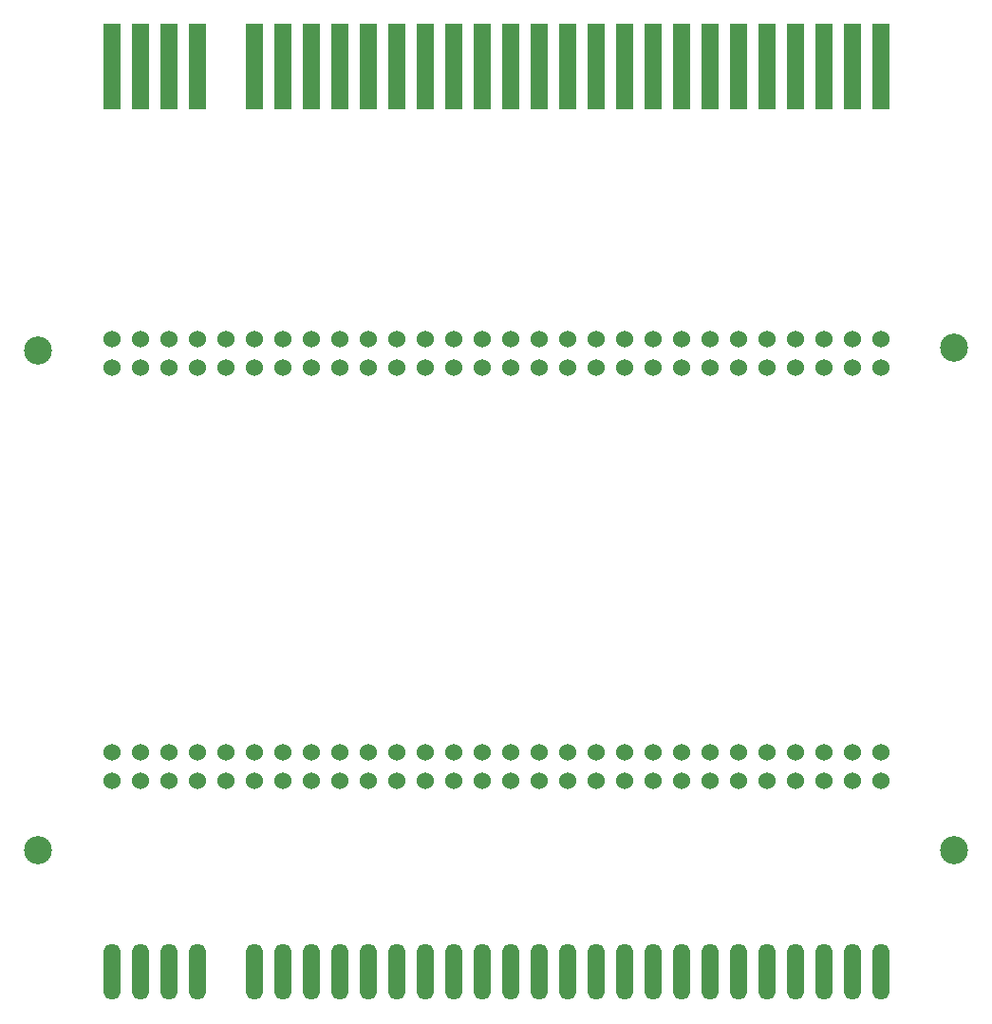
<source format=gbr>
%TF.GenerationSoftware,KiCad,Pcbnew,8.0.0*%
%TF.CreationDate,2024-02-29T19:57:34+01:00*%
%TF.ProjectId,ZX Spectrum_ BUS Expander,5a582053-7065-4637-9472-756d2c204255,rev?*%
%TF.SameCoordinates,Original*%
%TF.FileFunction,Soldermask,Bot*%
%TF.FilePolarity,Negative*%
%FSLAX46Y46*%
G04 Gerber Fmt 4.6, Leading zero omitted, Abs format (unit mm)*
G04 Created by KiCad (PCBNEW 8.0.0) date 2024-02-29 19:57:34*
%MOMM*%
%LPD*%
G01*
G04 APERTURE LIST*
G04 Aperture macros list*
%AMRoundRect*
0 Rectangle with rounded corners*
0 $1 Rounding radius*
0 $2 $3 $4 $5 $6 $7 $8 $9 X,Y pos of 4 corners*
0 Add a 4 corners polygon primitive as box body*
4,1,4,$2,$3,$4,$5,$6,$7,$8,$9,$2,$3,0*
0 Add four circle primitives for the rounded corners*
1,1,$1+$1,$2,$3*
1,1,$1+$1,$4,$5*
1,1,$1+$1,$6,$7*
1,1,$1+$1,$8,$9*
0 Add four rect primitives between the rounded corners*
20,1,$1+$1,$2,$3,$4,$5,0*
20,1,$1+$1,$4,$5,$6,$7,0*
20,1,$1+$1,$6,$7,$8,$9,0*
20,1,$1+$1,$8,$9,$2,$3,0*%
G04 Aperture macros list end*
%ADD10C,1.524000*%
%ADD11C,2.500000*%
%ADD12RoundRect,0.762000X0.000000X-1.738000X0.000000X-1.738000X0.000000X1.738000X0.000000X1.738000X0*%
%ADD13R,1.524000X7.620000*%
G04 APERTURE END LIST*
D10*
%TO.C,J1*%
X115646200Y-80010000D03*
X115646200Y-82550000D03*
X105486200Y-82550000D03*
X108026200Y-82550000D03*
X110566200Y-82550000D03*
X113106200Y-82550000D03*
X118186200Y-82550000D03*
X120726200Y-82550000D03*
X123266200Y-82550000D03*
X125806200Y-82550000D03*
X128346200Y-82550000D03*
X130886200Y-82550000D03*
X133426200Y-82550000D03*
X135966200Y-82550000D03*
X138506200Y-82550000D03*
X141046200Y-82550000D03*
X143586200Y-82550000D03*
X146126200Y-82550000D03*
X148666200Y-82550000D03*
X151206200Y-82550000D03*
X153746200Y-82550000D03*
X156286200Y-82550000D03*
X158826200Y-82550000D03*
X161366200Y-82550000D03*
X163906200Y-82550000D03*
X166446200Y-82550000D03*
X168986200Y-82550000D03*
X171526200Y-82550000D03*
X174066200Y-82550000D03*
X105486200Y-80010000D03*
X108026200Y-80010000D03*
X110566200Y-80010000D03*
X113106200Y-80010000D03*
X118186200Y-80010000D03*
X120726200Y-80010000D03*
X123266200Y-80010000D03*
X125806200Y-80010000D03*
X128346200Y-80010000D03*
X130886200Y-80010000D03*
X133426200Y-80010000D03*
X135966200Y-80010000D03*
X138506200Y-80010000D03*
X141046200Y-80010000D03*
X143586200Y-80010000D03*
X146126200Y-80010000D03*
X148666200Y-80010000D03*
X151206200Y-80010000D03*
X153746200Y-80010000D03*
X156286200Y-80010000D03*
X158826200Y-80010000D03*
X161366200Y-80010000D03*
X163906200Y-80010000D03*
X166446200Y-80010000D03*
X168986200Y-80010000D03*
X171526200Y-80010000D03*
X174066200Y-80010000D03*
%TD*%
D11*
%TO.C,H1*%
X180619400Y-125549000D03*
%TD*%
D12*
%TO.C,Z1*%
X105486200Y-136398000D03*
X108026200Y-136398000D03*
X110566200Y-136398000D03*
X113106200Y-136398000D03*
X118186200Y-136398000D03*
X120726200Y-136398000D03*
X123266200Y-136398000D03*
X125806200Y-136398000D03*
X128346200Y-136398000D03*
X130886200Y-136398000D03*
X133426200Y-136398000D03*
X135966200Y-136398000D03*
X138506200Y-136398000D03*
X141046200Y-136398000D03*
X143586200Y-136398000D03*
X146126200Y-136398000D03*
X148666200Y-136398000D03*
X151206200Y-136398000D03*
X153746200Y-136398000D03*
X156286200Y-136398000D03*
X158826200Y-136398000D03*
X161366200Y-136398000D03*
X163906200Y-136398000D03*
X166446200Y-136398000D03*
X168986200Y-136398000D03*
X171526200Y-136398000D03*
X174066200Y-136398000D03*
%TD*%
D11*
%TO.C,H4*%
X98845200Y-81026000D03*
%TD*%
D10*
%TO.C,J2*%
X115646200Y-116840000D03*
X115646200Y-119380000D03*
X105486200Y-119380000D03*
X108026200Y-119380000D03*
X110566200Y-119380000D03*
X113106200Y-119380000D03*
X118186200Y-119380000D03*
X120726200Y-119380000D03*
X123266200Y-119380000D03*
X125806200Y-119380000D03*
X128346200Y-119380000D03*
X130886200Y-119380000D03*
X133426200Y-119380000D03*
X135966200Y-119380000D03*
X138506200Y-119380000D03*
X141046200Y-119380000D03*
X143586200Y-119380000D03*
X146126200Y-119380000D03*
X148666200Y-119380000D03*
X151206200Y-119380000D03*
X153746200Y-119380000D03*
X156286200Y-119380000D03*
X158826200Y-119380000D03*
X161366200Y-119380000D03*
X163906200Y-119380000D03*
X166446200Y-119380000D03*
X168986200Y-119380000D03*
X171526200Y-119380000D03*
X174066200Y-119380000D03*
X105486200Y-116840000D03*
X108026200Y-116840000D03*
X110566200Y-116840000D03*
X113106200Y-116840000D03*
X118186200Y-116840000D03*
X120726200Y-116840000D03*
X123266200Y-116840000D03*
X125806200Y-116840000D03*
X128346200Y-116840000D03*
X130886200Y-116840000D03*
X133426200Y-116840000D03*
X135966200Y-116840000D03*
X138506200Y-116840000D03*
X141046200Y-116840000D03*
X143586200Y-116840000D03*
X146126200Y-116840000D03*
X148666200Y-116840000D03*
X151206200Y-116840000D03*
X153746200Y-116840000D03*
X156286200Y-116840000D03*
X158826200Y-116840000D03*
X161366200Y-116840000D03*
X163906200Y-116840000D03*
X166446200Y-116840000D03*
X168986200Y-116840000D03*
X171526200Y-116840000D03*
X174066200Y-116840000D03*
%TD*%
D11*
%TO.C,H2*%
X98845200Y-125549000D03*
%TD*%
D13*
%TO.C,Z2*%
X105486200Y-55753000D03*
X108026200Y-55753000D03*
X110566200Y-55753000D03*
X113106200Y-55753000D03*
X118186200Y-55753000D03*
X120726200Y-55753000D03*
X123266200Y-55753000D03*
X125806200Y-55753000D03*
X128346200Y-55753000D03*
X130886200Y-55753000D03*
X133426200Y-55753000D03*
X135966200Y-55753000D03*
X138506200Y-55753000D03*
X141046200Y-55753000D03*
X143586200Y-55753000D03*
X146126200Y-55753000D03*
X148666200Y-55753000D03*
X151206200Y-55753000D03*
X153746200Y-55753000D03*
X156286200Y-55753000D03*
X158826200Y-55753000D03*
X161366200Y-55753000D03*
X163906200Y-55753000D03*
X166446200Y-55753000D03*
X168986200Y-55753000D03*
X171526200Y-55753000D03*
X174066200Y-55753000D03*
%TD*%
D11*
%TO.C,H3*%
X180619400Y-80772000D03*
%TD*%
M02*

</source>
